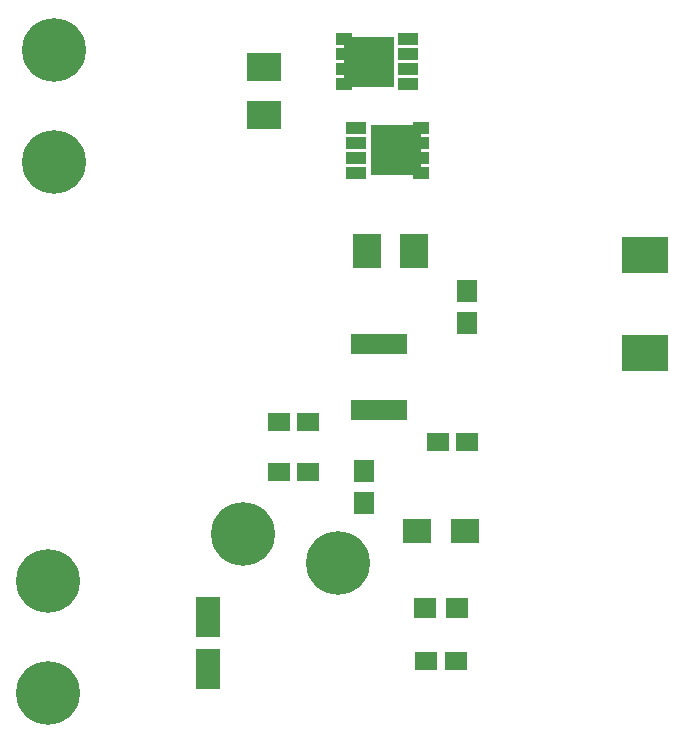
<source format=gbr>
G04 #@! TF.GenerationSoftware,KiCad,Pcbnew,(5.0.0)*
G04 #@! TF.CreationDate,2018-12-18T17:12:43+00:00*
G04 #@! TF.ProjectId,lm3150,6C6D333135302E6B696361645F706362,rev?*
G04 #@! TF.SameCoordinates,Original*
G04 #@! TF.FileFunction,Soldermask,Top*
G04 #@! TF.FilePolarity,Negative*
%FSLAX46Y46*%
G04 Gerber Fmt 4.6, Leading zero omitted, Abs format (unit mm)*
G04 Created by KiCad (PCBNEW (5.0.0)) date 12/18/18 17:12:43*
%MOMM*%
%LPD*%
G01*
G04 APERTURE LIST*
%ADD10R,2.900000X2.400000*%
%ADD11R,1.900000X1.650000*%
%ADD12R,2.400000X2.900000*%
%ADD13R,2.000000X3.400000*%
%ADD14R,4.000000X3.100000*%
%ADD15C,5.400000*%
%ADD16R,1.670000X1.010000*%
%ADD17R,1.420000X1.010000*%
%ADD18R,4.210000X4.310000*%
%ADD19R,1.700000X1.900000*%
%ADD20R,1.900000X1.700000*%
%ADD21R,2.400000X2.100000*%
%ADD22R,0.831800X1.797000*%
G04 APERTURE END LIST*
D10*
G04 #@! TO.C,C1*
X117750000Y-43000000D03*
X117750000Y-47000000D03*
G04 #@! TD*
D11*
G04 #@! TO.C,C2*
X121500000Y-77250000D03*
X119000000Y-77250000D03*
G04 #@! TD*
G04 #@! TO.C,C3*
X132500000Y-74750000D03*
X135000000Y-74750000D03*
G04 #@! TD*
G04 #@! TO.C,C4*
X119000000Y-73000000D03*
X121500000Y-73000000D03*
G04 #@! TD*
D12*
G04 #@! TO.C,C5*
X126500000Y-58500000D03*
X130500000Y-58500000D03*
G04 #@! TD*
D11*
G04 #@! TO.C,C6*
X134000000Y-93250000D03*
X131500000Y-93250000D03*
G04 #@! TD*
D13*
G04 #@! TO.C,C7*
X113000000Y-89550000D03*
X113000000Y-93950000D03*
G04 #@! TD*
D14*
G04 #@! TO.C,L1*
X150000000Y-67150000D03*
X150000000Y-58850000D03*
G04 #@! TD*
D15*
G04 #@! TO.C,MH1*
X100000000Y-51000000D03*
G04 #@! TD*
G04 #@! TO.C,MH2*
X100000000Y-41500000D03*
G04 #@! TD*
G04 #@! TO.C,MH3*
X116000000Y-82500000D03*
G04 #@! TD*
G04 #@! TO.C,MH4*
X124000000Y-85000000D03*
G04 #@! TD*
G04 #@! TO.C,MH5*
X99500000Y-96000000D03*
G04 #@! TD*
G04 #@! TO.C,MH6*
X99500000Y-86500000D03*
G04 #@! TD*
D16*
G04 #@! TO.C,Q1*
X129980000Y-44405000D03*
X129980000Y-43135000D03*
X129980000Y-41865000D03*
X129980000Y-40595000D03*
D17*
X124515000Y-40595000D03*
X124515000Y-41865000D03*
X124515000Y-43135000D03*
X124515000Y-44405000D03*
D18*
X126620000Y-42500000D03*
G04 #@! TD*
G04 #@! TO.C,Q2*
X128940000Y-50000000D03*
D17*
X131045000Y-48095000D03*
X131045000Y-49365000D03*
X131045000Y-50635000D03*
X131045000Y-51905000D03*
D16*
X125580000Y-51905000D03*
X125580000Y-50635000D03*
X125580000Y-49365000D03*
X125580000Y-48095000D03*
G04 #@! TD*
D19*
G04 #@! TO.C,R1*
X126250000Y-79850000D03*
X126250000Y-77150000D03*
G04 #@! TD*
G04 #@! TO.C,R2*
X135000000Y-64600000D03*
X135000000Y-61900000D03*
G04 #@! TD*
D20*
G04 #@! TO.C,R3*
X131400000Y-88750000D03*
X134100000Y-88750000D03*
G04 #@! TD*
D21*
G04 #@! TO.C,R4*
X134750000Y-82250000D03*
X130750000Y-82250000D03*
G04 #@! TD*
D22*
G04 #@! TO.C,U1*
X125556900Y-66456000D03*
X126204600Y-66456000D03*
X126852300Y-66456000D03*
X127500000Y-66456000D03*
X128160400Y-66456000D03*
X128808100Y-66456000D03*
X129455800Y-66456000D03*
X129455800Y-72044000D03*
X128808100Y-72044000D03*
X128160400Y-72044000D03*
X127500000Y-72044000D03*
X126865000Y-72044000D03*
X126204600Y-72044000D03*
X125569600Y-72044000D03*
G04 #@! TD*
M02*

</source>
